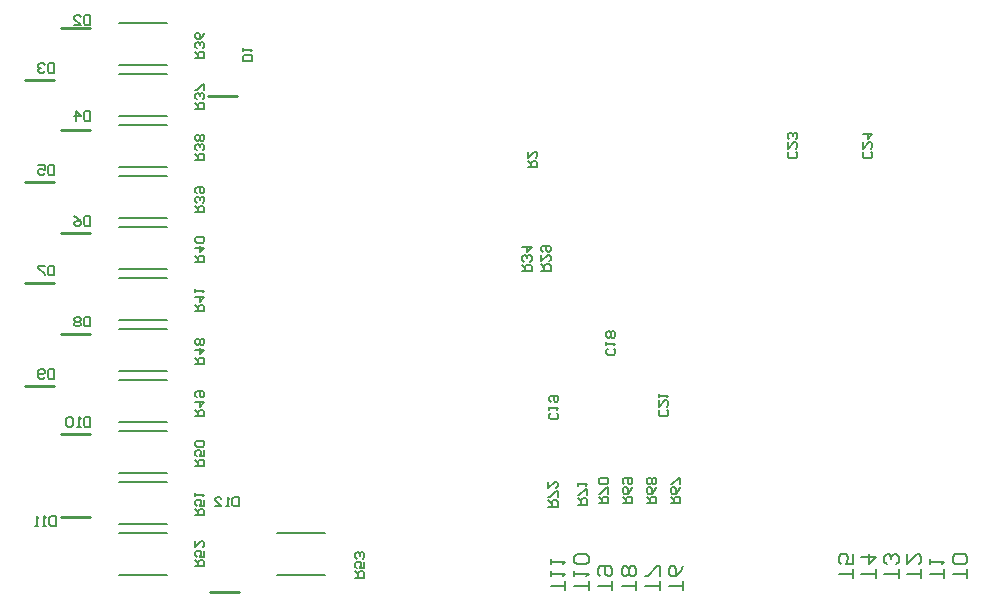
<source format=gbo>
G04 Layer_Color=32896*
%FSTAX24Y24*%
%MOIN*%
G70*
G01*
G75*
%ADD38C,0.0100*%
%ADD40C,0.0080*%
%ADD53C,0.0079*%
%ADD54C,0.0059*%
D38*
X015925Y027245D02*
X016895D01*
X009768Y044305D02*
X010738D01*
X010968Y046055D02*
X011938D01*
X010968Y035855D02*
X011938D01*
X009768Y037555D02*
X010738D01*
X010968Y039205D02*
X011938D01*
X009768Y040905D02*
X010738D01*
X010968Y042655D02*
X011938D01*
X009768Y034105D02*
X010738D01*
X010968Y032505D02*
X011938D01*
X010968Y029755D02*
X011938D01*
X015875Y043775D02*
X016845D01*
D40*
X037361Y0277D02*
Y02802D01*
Y02786D01*
X036881D01*
X037361Y0285D02*
Y02818D01*
X037121D01*
X037201Y02834D01*
Y02842D01*
X037121Y0285D01*
X036961D01*
X036881Y02842D01*
Y02826D01*
X036961Y02818D01*
X038121Y0277D02*
Y02802D01*
Y02786D01*
X037641D01*
Y02842D02*
X038121D01*
X037881Y02818D01*
Y0285D01*
X038881Y0277D02*
Y02802D01*
Y02786D01*
X038402D01*
X038801Y02818D02*
X038881Y02826D01*
Y02842D01*
X038801Y0285D01*
X038721D01*
X038641Y02842D01*
Y02834D01*
Y02842D01*
X038561Y0285D01*
X038481D01*
X038402Y02842D01*
Y02826D01*
X038481Y02818D01*
X039641Y0277D02*
Y02802D01*
Y02786D01*
X039162D01*
Y0285D02*
Y02818D01*
X039481Y0285D01*
X039561D01*
X039641Y02842D01*
Y02826D01*
X039561Y02818D01*
X040401Y0277D02*
Y02802D01*
Y02786D01*
X039922D01*
Y02818D02*
Y02834D01*
Y02826D01*
X040401D01*
X040321Y02818D01*
X041161Y0277D02*
Y02802D01*
Y02786D01*
X040682D01*
X041081Y02818D02*
X041161Y02826D01*
Y02842D01*
X041081Y0285D01*
X040761D01*
X040682Y02842D01*
Y02826D01*
X040761Y02818D01*
X041081D01*
X031711Y0273D02*
Y02762D01*
Y02746D01*
X031232D01*
X031711Y0281D02*
X031631Y02794D01*
X031471Y02778D01*
X031311D01*
X031232Y02786D01*
Y02802D01*
X031311Y0281D01*
X031391D01*
X031471Y02802D01*
Y02778D01*
X030921Y0273D02*
Y02762D01*
Y02746D01*
X030442D01*
X030921Y02778D02*
Y0281D01*
X030841D01*
X030521Y02778D01*
X030442D01*
X030131Y0273D02*
Y02762D01*
Y02746D01*
X029652D01*
X030051Y02778D02*
X030131Y02786D01*
Y02802D01*
X030051Y0281D01*
X029971D01*
X029891Y02802D01*
X029811Y0281D01*
X029731D01*
X029652Y02802D01*
Y02786D01*
X029731Y02778D01*
X029811D01*
X029891Y02786D01*
X029971Y02778D01*
X030051D01*
X029891Y02786D02*
Y02802D01*
X029341Y0273D02*
Y02762D01*
Y02746D01*
X028861D01*
X028941Y02778D02*
X028861Y02786D01*
Y02802D01*
X028941Y0281D01*
X029261D01*
X029341Y02802D01*
Y02786D01*
X029261Y02778D01*
X029181D01*
X029101Y02786D01*
Y0281D01*
X028551Y0273D02*
Y02762D01*
Y02746D01*
X028071D01*
Y02778D02*
Y02794D01*
Y02786D01*
X028551D01*
X028471Y02778D01*
Y02818D02*
X028551Y02826D01*
Y02842D01*
X028471Y0285D01*
X028151D01*
X028071Y02842D01*
Y02826D01*
X028151Y02818D01*
X028471D01*
X027761Y0273D02*
Y02762D01*
Y02746D01*
X027281D01*
Y02778D02*
Y02794D01*
Y02786D01*
X027761D01*
X027681Y02778D01*
X027281Y02818D02*
Y02834D01*
Y02826D01*
X027761D01*
X027681Y02818D01*
D53*
X012893Y035996D02*
X014507D01*
X012893Y034618D02*
X014507D01*
X012893Y034296D02*
X014507D01*
X012893Y032918D02*
X014507D01*
X012893Y032596D02*
X014507D01*
X012893Y031218D02*
X014507D01*
X012893Y030896D02*
X014507D01*
X012893Y029518D02*
X014507D01*
X012893Y029196D02*
X014507D01*
X012893Y027818D02*
X014507D01*
X012893Y046196D02*
X014507D01*
X012893Y044818D02*
X014507D01*
X012893Y044496D02*
X014507D01*
X012893Y043118D02*
X014507D01*
X012893Y042796D02*
X014507D01*
X012893Y041418D02*
X014507D01*
X012893Y041096D02*
X014507D01*
X012893Y039718D02*
X014507D01*
X012893Y039396D02*
X014507D01*
X012893Y038018D02*
X014507D01*
X012893Y037696D02*
X014507D01*
X012893Y036318D02*
X014507D01*
X018161Y029196D02*
X019776D01*
X018161Y027818D02*
X019776D01*
D54*
X026532Y0414D02*
X026846D01*
Y041557D01*
X026794Y04161D01*
X026689D01*
X026636Y041557D01*
Y0414D01*
Y041505D02*
X026532Y04161D01*
Y041925D02*
Y041715D01*
X026741Y041925D01*
X026794D01*
X026846Y041872D01*
Y041767D01*
X026794Y041715D01*
X01689Y030415D02*
Y0301D01*
X016733D01*
X01668Y030152D01*
Y030362D01*
X016733Y030415D01*
X01689D01*
X016575Y0301D02*
X01647D01*
X016523D01*
Y030415D01*
X016575Y030362D01*
X016103Y0301D02*
X016313D01*
X016103Y03031D01*
Y030362D01*
X016155Y030415D01*
X01626D01*
X016313Y030362D01*
X011932Y039765D02*
Y03945D01*
X011774D01*
X011722Y039502D01*
Y039712D01*
X011774Y039765D01*
X011932D01*
X011407D02*
X011512Y039712D01*
X011617Y039607D01*
Y039502D01*
X011564Y03945D01*
X011459D01*
X011407Y039502D01*
Y039555D01*
X011459Y039607D01*
X011617D01*
X010782Y029765D02*
Y02945D01*
X010624D01*
X010572Y029502D01*
Y029712D01*
X010624Y029765D01*
X010782D01*
X010467Y02945D02*
X010362D01*
X010414D01*
Y029765D01*
X010467Y029712D01*
X010204Y02945D02*
X010099D01*
X010152D01*
Y029765D01*
X010204Y029712D01*
X010732Y041465D02*
Y04115D01*
X010574D01*
X010522Y041202D01*
Y041412D01*
X010574Y041465D01*
X010732D01*
X010207D02*
X010417D01*
Y041307D01*
X010312Y04136D01*
X010259D01*
X010207Y041307D01*
Y041202D01*
X010259Y04115D01*
X010364D01*
X010417Y041202D01*
X011932Y033065D02*
Y03275D01*
X011774D01*
X011722Y032802D01*
Y033012D01*
X011774Y033065D01*
X011932D01*
X011617Y03275D02*
X011512D01*
X011564D01*
Y033065D01*
X011617Y033012D01*
X011354D02*
X011302Y033065D01*
X011197D01*
X011144Y033012D01*
Y032802D01*
X011197Y03275D01*
X011302D01*
X011354Y032802D01*
Y033012D01*
X011932Y043265D02*
Y04295D01*
X011774D01*
X011722Y043002D01*
Y043212D01*
X011774Y043265D01*
X011932D01*
X011459Y04295D02*
Y043265D01*
X011617Y043107D01*
X011407D01*
X010732Y034665D02*
Y03435D01*
X010574D01*
X010522Y034402D01*
Y034612D01*
X010574Y034665D01*
X010732D01*
X010417Y034402D02*
X010364Y03435D01*
X010259D01*
X010207Y034402D01*
Y034612D01*
X010259Y034665D01*
X010364D01*
X010417Y034612D01*
Y03456D01*
X010364Y034507D01*
X010207D01*
X010732Y044865D02*
Y04455D01*
X010574D01*
X010522Y044602D01*
Y044812D01*
X010574Y044865D01*
X010732D01*
X010417Y044812D02*
X010364Y044865D01*
X010259D01*
X010207Y044812D01*
Y04476D01*
X010259Y044707D01*
X010312D01*
X010259D01*
X010207Y044655D01*
Y044602D01*
X010259Y04455D01*
X010364D01*
X010417Y044602D01*
X011932Y036415D02*
Y0361D01*
X011774D01*
X011722Y036152D01*
Y036362D01*
X011774Y036415D01*
X011932D01*
X011617Y036362D02*
X011564Y036415D01*
X011459D01*
X011407Y036362D01*
Y03631D01*
X011459Y036257D01*
X011407Y036205D01*
Y036152D01*
X011459Y0361D01*
X011564D01*
X011617Y036152D01*
Y036205D01*
X011564Y036257D01*
X011617Y03631D01*
Y036362D01*
X011564Y036257D02*
X011459D01*
X011932Y046465D02*
Y04615D01*
X011774D01*
X011722Y046202D01*
Y046412D01*
X011774Y046465D01*
X011932D01*
X011407Y04615D02*
X011617D01*
X011407Y04636D01*
Y046412D01*
X011459Y046465D01*
X011564D01*
X011617Y046412D01*
X010732Y038115D02*
Y0378D01*
X010574D01*
X010522Y037852D01*
Y038062D01*
X010574Y038115D01*
X010732D01*
X010417D02*
X010207D01*
Y038062D01*
X010417Y037852D01*
Y0378D01*
X017346Y04495D02*
X017032D01*
Y045107D01*
X017084Y04516D01*
X017294D01*
X017346Y045107D01*
Y04495D01*
X017032Y045265D02*
Y04537D01*
Y045317D01*
X017346D01*
X017294Y045265D01*
X031294Y03021D02*
X031609D01*
Y030367D01*
X031556Y03042D01*
X031451D01*
X031399Y030367D01*
Y03021D01*
Y030315D02*
X031294Y03042D01*
X031609Y030735D02*
X031556Y03063D01*
X031451Y030525D01*
X031346D01*
X031294Y030577D01*
Y030682D01*
X031346Y030735D01*
X031399D01*
X031451Y030682D01*
Y030525D01*
X031609Y03084D02*
Y03105D01*
X031556D01*
X031346Y03084D01*
X031294D01*
X030494Y03021D02*
X030809D01*
Y030367D01*
X030756Y03042D01*
X030651D01*
X030599Y030367D01*
Y03021D01*
Y030315D02*
X030494Y03042D01*
X030809Y030735D02*
X030756Y03063D01*
X030651Y030525D01*
X030546D01*
X030494Y030577D01*
Y030682D01*
X030546Y030735D01*
X030599D01*
X030651Y030682D01*
Y030525D01*
X030756Y03084D02*
X030809Y030892D01*
Y030997D01*
X030756Y03105D01*
X030704D01*
X030651Y030997D01*
X030599Y03105D01*
X030546D01*
X030494Y030997D01*
Y030892D01*
X030546Y03084D01*
X030599D01*
X030651Y030892D01*
X030704Y03084D01*
X030756D01*
X030651Y030892D02*
Y030997D01*
X029694Y03021D02*
X030009D01*
Y030367D01*
X029956Y03042D01*
X029851D01*
X029799Y030367D01*
Y03021D01*
Y030315D02*
X029694Y03042D01*
X030009Y030735D02*
X029956Y03063D01*
X029851Y030525D01*
X029746D01*
X029694Y030577D01*
Y030682D01*
X029746Y030735D01*
X029799D01*
X029851Y030682D01*
Y030525D01*
X029746Y03084D02*
X029694Y030892D01*
Y030997D01*
X029746Y03105D01*
X029956D01*
X030009Y030997D01*
Y030892D01*
X029956Y03084D01*
X029904D01*
X029851Y030892D01*
Y03105D01*
X028894Y03021D02*
X029209D01*
Y030367D01*
X029156Y03042D01*
X029051D01*
X028999Y030367D01*
Y03021D01*
Y030315D02*
X028894Y03042D01*
X029209Y030525D02*
Y030735D01*
X029156D01*
X028946Y030525D01*
X028894D01*
X029156Y03084D02*
X029209Y030892D01*
Y030997D01*
X029156Y03105D01*
X028946D01*
X028894Y030997D01*
Y030892D01*
X028946Y03084D01*
X029156D01*
X028194Y03016D02*
X028509D01*
Y030317D01*
X028456Y03037D01*
X028351D01*
X028299Y030317D01*
Y03016D01*
Y030265D02*
X028194Y03037D01*
X028509Y030475D02*
Y030685D01*
X028456D01*
X028246Y030475D01*
X028194D01*
Y03079D02*
Y030895D01*
Y030842D01*
X028509D01*
X028456Y03079D01*
X027211Y030087D02*
X027525D01*
Y030245D01*
X027473Y030297D01*
X027368D01*
X027316Y030245D01*
Y030087D01*
Y030192D02*
X027211Y030297D01*
X027525Y030402D02*
Y030612D01*
X027473D01*
X027263Y030402D01*
X027211D01*
Y030927D02*
Y030717D01*
X027421Y030927D01*
X027473D01*
X027525Y030875D01*
Y03077D01*
X027473Y030717D01*
X020765Y027727D02*
X02108D01*
Y027885D01*
X021027Y027937D01*
X020922D01*
X02087Y027885D01*
Y027727D01*
Y027832D02*
X020765Y027937D01*
X02108Y028252D02*
Y028042D01*
X020922D01*
X020975Y028147D01*
Y0282D01*
X020922Y028252D01*
X020817D01*
X020765Y0282D01*
Y028095D01*
X020817Y028042D01*
X021027Y028357D02*
X02108Y02841D01*
Y028515D01*
X021027Y028567D01*
X020975D01*
X020922Y028515D01*
Y028462D01*
Y028515D01*
X02087Y028567D01*
X020817D01*
X020765Y028515D01*
Y02841D01*
X020817Y028357D01*
X015431Y0366D02*
X015746D01*
Y036757D01*
X015694Y03681D01*
X015589D01*
X015536Y036757D01*
Y0366D01*
Y036705D02*
X015431Y03681D01*
Y037072D02*
X015746D01*
X015589Y036915D01*
Y037125D01*
X015431Y03723D02*
Y037335D01*
Y037282D01*
X015746D01*
X015694Y03723D01*
X015431Y0281D02*
X015746D01*
Y028257D01*
X015694Y02831D01*
X015589D01*
X015536Y028257D01*
Y0281D01*
Y028205D02*
X015431Y02831D01*
X015746Y028625D02*
Y028415D01*
X015589D01*
X015641Y02852D01*
Y028572D01*
X015589Y028625D01*
X015484D01*
X015431Y028572D01*
Y028467D01*
X015484Y028415D01*
X015431Y02894D02*
Y02873D01*
X015641Y02894D01*
X015694D01*
X015746Y028887D01*
Y028782D01*
X015694Y02873D01*
X015431Y03825D02*
X015746D01*
Y038407D01*
X015694Y03846D01*
X015589D01*
X015536Y038407D01*
Y03825D01*
Y038355D02*
X015431Y03846D01*
Y038722D02*
X015746D01*
X015589Y038565D01*
Y038775D01*
X015694Y03888D02*
X015746Y038932D01*
Y039037D01*
X015694Y03909D01*
X015484D01*
X015431Y039037D01*
Y038932D01*
X015484Y03888D01*
X015694D01*
X015431Y0298D02*
X015746D01*
Y029957D01*
X015694Y03001D01*
X015589D01*
X015536Y029957D01*
Y0298D01*
Y029905D02*
X015431Y03001D01*
X015746Y030325D02*
Y030115D01*
X015589D01*
X015641Y03022D01*
Y030272D01*
X015589Y030325D01*
X015484D01*
X015431Y030272D01*
Y030167D01*
X015484Y030115D01*
X015431Y03043D02*
Y030535D01*
Y030482D01*
X015746D01*
X015694Y03043D01*
X015431Y0399D02*
X015746D01*
Y040057D01*
X015694Y04011D01*
X015589D01*
X015536Y040057D01*
Y0399D01*
Y040005D02*
X015431Y04011D01*
X015694Y040215D02*
X015746Y040267D01*
Y040372D01*
X015694Y040425D01*
X015641D01*
X015589Y040372D01*
Y04032D01*
Y040372D01*
X015536Y040425D01*
X015484D01*
X015431Y040372D01*
Y040267D01*
X015484Y040215D01*
Y04053D02*
X015431Y040582D01*
Y040687D01*
X015484Y04074D01*
X015694D01*
X015746Y040687D01*
Y040582D01*
X015694Y04053D01*
X015641D01*
X015589Y040582D01*
Y04074D01*
X015431Y03145D02*
X015746D01*
Y031607D01*
X015694Y03166D01*
X015589D01*
X015536Y031607D01*
Y03145D01*
Y031555D02*
X015431Y03166D01*
X015746Y031975D02*
Y031765D01*
X015589D01*
X015641Y03187D01*
Y031922D01*
X015589Y031975D01*
X015484D01*
X015431Y031922D01*
Y031817D01*
X015484Y031765D01*
X015694Y03208D02*
X015746Y032132D01*
Y032237D01*
X015694Y03229D01*
X015484D01*
X015431Y032237D01*
Y032132D01*
X015484Y03208D01*
X015694D01*
X015431Y04165D02*
X015746D01*
Y041807D01*
X015694Y04186D01*
X015589D01*
X015536Y041807D01*
Y04165D01*
Y041755D02*
X015431Y04186D01*
X015694Y041965D02*
X015746Y042017D01*
Y042122D01*
X015694Y042175D01*
X015641D01*
X015589Y042122D01*
Y04207D01*
Y042122D01*
X015536Y042175D01*
X015484D01*
X015431Y042122D01*
Y042017D01*
X015484Y041965D01*
X015694Y04228D02*
X015746Y042332D01*
Y042437D01*
X015694Y04249D01*
X015641D01*
X015589Y042437D01*
X015536Y04249D01*
X015484D01*
X015431Y042437D01*
Y042332D01*
X015484Y04228D01*
X015536D01*
X015589Y042332D01*
X015641Y04228D01*
X015694D01*
X015589Y042332D02*
Y042437D01*
X015431Y0331D02*
X015746D01*
Y033257D01*
X015694Y03331D01*
X015589D01*
X015536Y033257D01*
Y0331D01*
Y033205D02*
X015431Y03331D01*
Y033572D02*
X015746D01*
X015589Y033415D01*
Y033625D01*
X015484Y03373D02*
X015431Y033782D01*
Y033887D01*
X015484Y03394D01*
X015694D01*
X015746Y033887D01*
Y033782D01*
X015694Y03373D01*
X015641D01*
X015589Y033782D01*
Y03394D01*
X015431Y04335D02*
X015746D01*
Y043507D01*
X015694Y04356D01*
X015589D01*
X015536Y043507D01*
Y04335D01*
Y043455D02*
X015431Y04356D01*
X015694Y043665D02*
X015746Y043717D01*
Y043822D01*
X015694Y043875D01*
X015641D01*
X015589Y043822D01*
Y04377D01*
Y043822D01*
X015536Y043875D01*
X015484D01*
X015431Y043822D01*
Y043717D01*
X015484Y043665D01*
X015746Y04398D02*
Y04419D01*
X015694D01*
X015484Y04398D01*
X015431D01*
Y03485D02*
X015746D01*
Y035007D01*
X015694Y03506D01*
X015589D01*
X015536Y035007D01*
Y03485D01*
Y034955D02*
X015431Y03506D01*
Y035322D02*
X015746D01*
X015589Y035165D01*
Y035375D01*
X015694Y03548D02*
X015746Y035532D01*
Y035637D01*
X015694Y03569D01*
X015641D01*
X015589Y035637D01*
X015536Y03569D01*
X015484D01*
X015431Y035637D01*
Y035532D01*
X015484Y03548D01*
X015536D01*
X015589Y035532D01*
X015641Y03548D01*
X015694D01*
X015589Y035532D02*
Y035637D01*
X015431Y04505D02*
X015746D01*
Y045207D01*
X015694Y04526D01*
X015589D01*
X015536Y045207D01*
Y04505D01*
Y045155D02*
X015431Y04526D01*
X015694Y045365D02*
X015746Y045417D01*
Y045522D01*
X015694Y045575D01*
X015641D01*
X015589Y045522D01*
Y04547D01*
Y045522D01*
X015536Y045575D01*
X015484D01*
X015431Y045522D01*
Y045417D01*
X015484Y045365D01*
X015746Y04589D02*
X015694Y045785D01*
X015589Y04568D01*
X015484D01*
X015431Y045732D01*
Y045837D01*
X015484Y04589D01*
X015536D01*
X015589Y045837D01*
Y04568D01*
X026335Y037945D02*
X026649D01*
Y038102D01*
X026597Y038155D01*
X026492D01*
X02644Y038102D01*
Y037945D01*
Y03805D02*
X026335Y038155D01*
X026597Y03826D02*
X026649Y038312D01*
Y038417D01*
X026597Y03847D01*
X026545D01*
X026492Y038417D01*
Y038365D01*
Y038417D01*
X02644Y03847D01*
X026387D01*
X026335Y038417D01*
Y038312D01*
X026387Y03826D01*
X026335Y038732D02*
X026649D01*
X026492Y038575D01*
Y038785D01*
X026974Y037955D02*
X027289D01*
Y038112D01*
X027237Y038165D01*
X027132D01*
X027079Y038112D01*
Y037955D01*
Y03806D02*
X026974Y038165D01*
Y038479D02*
Y03827D01*
X027184Y038479D01*
X027237D01*
X027289Y038427D01*
Y038322D01*
X027237Y03827D01*
X027027Y038584D02*
X026974Y038637D01*
Y038742D01*
X027027Y038794D01*
X027237D01*
X027289Y038742D01*
Y038637D01*
X027237Y038584D01*
X027184D01*
X027132Y038637D01*
Y038794D01*
X037956Y04192D02*
X038009Y041867D01*
Y041762D01*
X037956Y04171D01*
X037746D01*
X037694Y041762D01*
Y041867D01*
X037746Y04192D01*
X037694Y042235D02*
Y042025D01*
X037904Y042235D01*
X037956D01*
X038009Y042182D01*
Y042077D01*
X037956Y042025D01*
X037694Y042497D02*
X038009D01*
X037851Y04234D01*
Y04255D01*
X035456Y04192D02*
X035509Y041867D01*
Y041762D01*
X035456Y04171D01*
X035246D01*
X035194Y041762D01*
Y041867D01*
X035246Y04192D01*
X035194Y042235D02*
Y042025D01*
X035404Y042235D01*
X035456D01*
X035509Y042182D01*
Y042077D01*
X035456Y042025D01*
Y04234D02*
X035509Y042392D01*
Y042497D01*
X035456Y04255D01*
X035404D01*
X035351Y042497D01*
Y042445D01*
Y042497D01*
X035299Y04255D01*
X035246D01*
X035194Y042497D01*
Y042392D01*
X035246Y04234D01*
X031156Y03332D02*
X031209Y033267D01*
Y033162D01*
X031156Y03311D01*
X030946D01*
X030894Y033162D01*
Y033267D01*
X030946Y03332D01*
X030894Y033635D02*
Y033425D01*
X031104Y033635D01*
X031156D01*
X031209Y033582D01*
Y033477D01*
X031156Y033425D01*
X030894Y03374D02*
Y033845D01*
Y033792D01*
X031209D01*
X031156Y03374D01*
X027494Y03321D02*
X027546Y033157D01*
Y033052D01*
X027494Y033D01*
X027284D01*
X027232Y033052D01*
Y033157D01*
X027284Y03321D01*
X027232Y033315D02*
Y03342D01*
Y033367D01*
X027546D01*
X027494Y033315D01*
X027284Y033577D02*
X027232Y03363D01*
Y033735D01*
X027284Y033787D01*
X027494D01*
X027546Y033735D01*
Y03363D01*
X027494Y033577D01*
X027441D01*
X027389Y03363D01*
Y033787D01*
X029394Y03536D02*
X029446Y035307D01*
Y035202D01*
X029394Y03515D01*
X029184D01*
X029132Y035202D01*
Y035307D01*
X029184Y03536D01*
X029132Y035465D02*
Y03557D01*
Y035517D01*
X029446D01*
X029394Y035465D01*
Y035727D02*
X029446Y03578D01*
Y035885D01*
X029394Y035937D01*
X029341D01*
X029289Y035885D01*
X029236Y035937D01*
X029184D01*
X029132Y035885D01*
Y03578D01*
X029184Y035727D01*
X029236D01*
X029289Y03578D01*
X029341Y035727D01*
X029394D01*
X029289Y03578D02*
Y035885D01*
M02*

</source>
